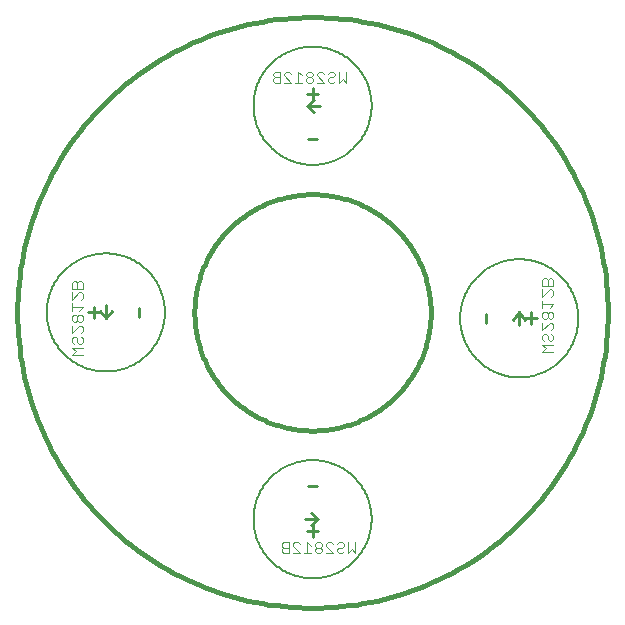
<source format=gbo>
G75*
%MOIN*%
%OFA0B0*%
%FSLAX25Y25*%
%IPPOS*%
%LPD*%
%AMOC8*
5,1,8,0,0,1.08239X$1,22.5*
%
%ADD10C,0.01600*%
%ADD11C,0.00500*%
%ADD12C,0.01000*%
%ADD13C,0.00300*%
D10*
X0060855Y0100225D02*
X0060867Y0101191D01*
X0060902Y0102157D01*
X0060962Y0103121D01*
X0061045Y0104084D01*
X0061151Y0105044D01*
X0061281Y0106002D01*
X0061435Y0106956D01*
X0061611Y0107906D01*
X0061812Y0108851D01*
X0062035Y0109791D01*
X0062281Y0110725D01*
X0062550Y0111654D01*
X0062842Y0112575D01*
X0063156Y0113488D01*
X0063493Y0114394D01*
X0063852Y0115291D01*
X0064233Y0116179D01*
X0064635Y0117058D01*
X0065059Y0117926D01*
X0065504Y0118784D01*
X0065970Y0119630D01*
X0066456Y0120465D01*
X0066963Y0121288D01*
X0067490Y0122098D01*
X0068037Y0122895D01*
X0068603Y0123678D01*
X0069188Y0124447D01*
X0069792Y0125201D01*
X0070414Y0125940D01*
X0071054Y0126664D01*
X0071711Y0127372D01*
X0072386Y0128064D01*
X0073078Y0128739D01*
X0073786Y0129396D01*
X0074510Y0130036D01*
X0075249Y0130658D01*
X0076003Y0131262D01*
X0076772Y0131847D01*
X0077555Y0132413D01*
X0078352Y0132960D01*
X0079162Y0133487D01*
X0079985Y0133994D01*
X0080820Y0134480D01*
X0081666Y0134946D01*
X0082524Y0135391D01*
X0083392Y0135815D01*
X0084271Y0136217D01*
X0085159Y0136598D01*
X0086056Y0136957D01*
X0086962Y0137294D01*
X0087875Y0137608D01*
X0088796Y0137900D01*
X0089725Y0138169D01*
X0090659Y0138415D01*
X0091599Y0138638D01*
X0092544Y0138839D01*
X0093494Y0139015D01*
X0094448Y0139169D01*
X0095406Y0139299D01*
X0096366Y0139405D01*
X0097329Y0139488D01*
X0098293Y0139548D01*
X0099259Y0139583D01*
X0100225Y0139595D01*
X0101191Y0139583D01*
X0102157Y0139548D01*
X0103121Y0139488D01*
X0104084Y0139405D01*
X0105044Y0139299D01*
X0106002Y0139169D01*
X0106956Y0139015D01*
X0107906Y0138839D01*
X0108851Y0138638D01*
X0109791Y0138415D01*
X0110725Y0138169D01*
X0111654Y0137900D01*
X0112575Y0137608D01*
X0113488Y0137294D01*
X0114394Y0136957D01*
X0115291Y0136598D01*
X0116179Y0136217D01*
X0117058Y0135815D01*
X0117926Y0135391D01*
X0118784Y0134946D01*
X0119630Y0134480D01*
X0120465Y0133994D01*
X0121288Y0133487D01*
X0122098Y0132960D01*
X0122895Y0132413D01*
X0123678Y0131847D01*
X0124447Y0131262D01*
X0125201Y0130658D01*
X0125940Y0130036D01*
X0126664Y0129396D01*
X0127372Y0128739D01*
X0128064Y0128064D01*
X0128739Y0127372D01*
X0129396Y0126664D01*
X0130036Y0125940D01*
X0130658Y0125201D01*
X0131262Y0124447D01*
X0131847Y0123678D01*
X0132413Y0122895D01*
X0132960Y0122098D01*
X0133487Y0121288D01*
X0133994Y0120465D01*
X0134480Y0119630D01*
X0134946Y0118784D01*
X0135391Y0117926D01*
X0135815Y0117058D01*
X0136217Y0116179D01*
X0136598Y0115291D01*
X0136957Y0114394D01*
X0137294Y0113488D01*
X0137608Y0112575D01*
X0137900Y0111654D01*
X0138169Y0110725D01*
X0138415Y0109791D01*
X0138638Y0108851D01*
X0138839Y0107906D01*
X0139015Y0106956D01*
X0139169Y0106002D01*
X0139299Y0105044D01*
X0139405Y0104084D01*
X0139488Y0103121D01*
X0139548Y0102157D01*
X0139583Y0101191D01*
X0139595Y0100225D01*
X0139583Y0099259D01*
X0139548Y0098293D01*
X0139488Y0097329D01*
X0139405Y0096366D01*
X0139299Y0095406D01*
X0139169Y0094448D01*
X0139015Y0093494D01*
X0138839Y0092544D01*
X0138638Y0091599D01*
X0138415Y0090659D01*
X0138169Y0089725D01*
X0137900Y0088796D01*
X0137608Y0087875D01*
X0137294Y0086962D01*
X0136957Y0086056D01*
X0136598Y0085159D01*
X0136217Y0084271D01*
X0135815Y0083392D01*
X0135391Y0082524D01*
X0134946Y0081666D01*
X0134480Y0080820D01*
X0133994Y0079985D01*
X0133487Y0079162D01*
X0132960Y0078352D01*
X0132413Y0077555D01*
X0131847Y0076772D01*
X0131262Y0076003D01*
X0130658Y0075249D01*
X0130036Y0074510D01*
X0129396Y0073786D01*
X0128739Y0073078D01*
X0128064Y0072386D01*
X0127372Y0071711D01*
X0126664Y0071054D01*
X0125940Y0070414D01*
X0125201Y0069792D01*
X0124447Y0069188D01*
X0123678Y0068603D01*
X0122895Y0068037D01*
X0122098Y0067490D01*
X0121288Y0066963D01*
X0120465Y0066456D01*
X0119630Y0065970D01*
X0118784Y0065504D01*
X0117926Y0065059D01*
X0117058Y0064635D01*
X0116179Y0064233D01*
X0115291Y0063852D01*
X0114394Y0063493D01*
X0113488Y0063156D01*
X0112575Y0062842D01*
X0111654Y0062550D01*
X0110725Y0062281D01*
X0109791Y0062035D01*
X0108851Y0061812D01*
X0107906Y0061611D01*
X0106956Y0061435D01*
X0106002Y0061281D01*
X0105044Y0061151D01*
X0104084Y0061045D01*
X0103121Y0060962D01*
X0102157Y0060902D01*
X0101191Y0060867D01*
X0100225Y0060855D01*
X0099259Y0060867D01*
X0098293Y0060902D01*
X0097329Y0060962D01*
X0096366Y0061045D01*
X0095406Y0061151D01*
X0094448Y0061281D01*
X0093494Y0061435D01*
X0092544Y0061611D01*
X0091599Y0061812D01*
X0090659Y0062035D01*
X0089725Y0062281D01*
X0088796Y0062550D01*
X0087875Y0062842D01*
X0086962Y0063156D01*
X0086056Y0063493D01*
X0085159Y0063852D01*
X0084271Y0064233D01*
X0083392Y0064635D01*
X0082524Y0065059D01*
X0081666Y0065504D01*
X0080820Y0065970D01*
X0079985Y0066456D01*
X0079162Y0066963D01*
X0078352Y0067490D01*
X0077555Y0068037D01*
X0076772Y0068603D01*
X0076003Y0069188D01*
X0075249Y0069792D01*
X0074510Y0070414D01*
X0073786Y0071054D01*
X0073078Y0071711D01*
X0072386Y0072386D01*
X0071711Y0073078D01*
X0071054Y0073786D01*
X0070414Y0074510D01*
X0069792Y0075249D01*
X0069188Y0076003D01*
X0068603Y0076772D01*
X0068037Y0077555D01*
X0067490Y0078352D01*
X0066963Y0079162D01*
X0066456Y0079985D01*
X0065970Y0080820D01*
X0065504Y0081666D01*
X0065059Y0082524D01*
X0064635Y0083392D01*
X0064233Y0084271D01*
X0063852Y0085159D01*
X0063493Y0086056D01*
X0063156Y0086962D01*
X0062842Y0087875D01*
X0062550Y0088796D01*
X0062281Y0089725D01*
X0062035Y0090659D01*
X0061812Y0091599D01*
X0061611Y0092544D01*
X0061435Y0093494D01*
X0061281Y0094448D01*
X0061151Y0095406D01*
X0061045Y0096366D01*
X0060962Y0097329D01*
X0060902Y0098293D01*
X0060867Y0099259D01*
X0060855Y0100225D01*
X0001800Y0100225D02*
X0001830Y0102640D01*
X0001919Y0105054D01*
X0002067Y0107466D01*
X0002274Y0109872D01*
X0002540Y0112273D01*
X0002865Y0114667D01*
X0003249Y0117052D01*
X0003691Y0119427D01*
X0004192Y0121790D01*
X0004750Y0124140D01*
X0005365Y0126476D01*
X0006038Y0128796D01*
X0006768Y0131099D01*
X0007554Y0133383D01*
X0008395Y0135648D01*
X0009292Y0137891D01*
X0010244Y0140111D01*
X0011250Y0142307D01*
X0012309Y0144478D01*
X0013422Y0146622D01*
X0014587Y0148739D01*
X0015803Y0150826D01*
X0017070Y0152882D01*
X0018388Y0154907D01*
X0019754Y0156899D01*
X0021169Y0158857D01*
X0022632Y0160779D01*
X0024141Y0162665D01*
X0025697Y0164514D01*
X0027297Y0166323D01*
X0028941Y0168093D01*
X0030628Y0169822D01*
X0032357Y0171509D01*
X0034127Y0173153D01*
X0035936Y0174753D01*
X0037785Y0176309D01*
X0039671Y0177818D01*
X0041593Y0179281D01*
X0043551Y0180696D01*
X0045543Y0182062D01*
X0047568Y0183380D01*
X0049624Y0184647D01*
X0051711Y0185863D01*
X0053828Y0187028D01*
X0055972Y0188141D01*
X0058143Y0189200D01*
X0060339Y0190206D01*
X0062559Y0191158D01*
X0064802Y0192055D01*
X0067067Y0192896D01*
X0069351Y0193682D01*
X0071654Y0194412D01*
X0073974Y0195085D01*
X0076310Y0195700D01*
X0078660Y0196258D01*
X0081023Y0196759D01*
X0083398Y0197201D01*
X0085783Y0197585D01*
X0088177Y0197910D01*
X0090578Y0198176D01*
X0092984Y0198383D01*
X0095396Y0198531D01*
X0097810Y0198620D01*
X0100225Y0198650D01*
X0102640Y0198620D01*
X0105054Y0198531D01*
X0107466Y0198383D01*
X0109872Y0198176D01*
X0112273Y0197910D01*
X0114667Y0197585D01*
X0117052Y0197201D01*
X0119427Y0196759D01*
X0121790Y0196258D01*
X0124140Y0195700D01*
X0126476Y0195085D01*
X0128796Y0194412D01*
X0131099Y0193682D01*
X0133383Y0192896D01*
X0135648Y0192055D01*
X0137891Y0191158D01*
X0140111Y0190206D01*
X0142307Y0189200D01*
X0144478Y0188141D01*
X0146622Y0187028D01*
X0148739Y0185863D01*
X0150826Y0184647D01*
X0152882Y0183380D01*
X0154907Y0182062D01*
X0156899Y0180696D01*
X0158857Y0179281D01*
X0160779Y0177818D01*
X0162665Y0176309D01*
X0164514Y0174753D01*
X0166323Y0173153D01*
X0168093Y0171509D01*
X0169822Y0169822D01*
X0171509Y0168093D01*
X0173153Y0166323D01*
X0174753Y0164514D01*
X0176309Y0162665D01*
X0177818Y0160779D01*
X0179281Y0158857D01*
X0180696Y0156899D01*
X0182062Y0154907D01*
X0183380Y0152882D01*
X0184647Y0150826D01*
X0185863Y0148739D01*
X0187028Y0146622D01*
X0188141Y0144478D01*
X0189200Y0142307D01*
X0190206Y0140111D01*
X0191158Y0137891D01*
X0192055Y0135648D01*
X0192896Y0133383D01*
X0193682Y0131099D01*
X0194412Y0128796D01*
X0195085Y0126476D01*
X0195700Y0124140D01*
X0196258Y0121790D01*
X0196759Y0119427D01*
X0197201Y0117052D01*
X0197585Y0114667D01*
X0197910Y0112273D01*
X0198176Y0109872D01*
X0198383Y0107466D01*
X0198531Y0105054D01*
X0198620Y0102640D01*
X0198650Y0100225D01*
X0198620Y0097810D01*
X0198531Y0095396D01*
X0198383Y0092984D01*
X0198176Y0090578D01*
X0197910Y0088177D01*
X0197585Y0085783D01*
X0197201Y0083398D01*
X0196759Y0081023D01*
X0196258Y0078660D01*
X0195700Y0076310D01*
X0195085Y0073974D01*
X0194412Y0071654D01*
X0193682Y0069351D01*
X0192896Y0067067D01*
X0192055Y0064802D01*
X0191158Y0062559D01*
X0190206Y0060339D01*
X0189200Y0058143D01*
X0188141Y0055972D01*
X0187028Y0053828D01*
X0185863Y0051711D01*
X0184647Y0049624D01*
X0183380Y0047568D01*
X0182062Y0045543D01*
X0180696Y0043551D01*
X0179281Y0041593D01*
X0177818Y0039671D01*
X0176309Y0037785D01*
X0174753Y0035936D01*
X0173153Y0034127D01*
X0171509Y0032357D01*
X0169822Y0030628D01*
X0168093Y0028941D01*
X0166323Y0027297D01*
X0164514Y0025697D01*
X0162665Y0024141D01*
X0160779Y0022632D01*
X0158857Y0021169D01*
X0156899Y0019754D01*
X0154907Y0018388D01*
X0152882Y0017070D01*
X0150826Y0015803D01*
X0148739Y0014587D01*
X0146622Y0013422D01*
X0144478Y0012309D01*
X0142307Y0011250D01*
X0140111Y0010244D01*
X0137891Y0009292D01*
X0135648Y0008395D01*
X0133383Y0007554D01*
X0131099Y0006768D01*
X0128796Y0006038D01*
X0126476Y0005365D01*
X0124140Y0004750D01*
X0121790Y0004192D01*
X0119427Y0003691D01*
X0117052Y0003249D01*
X0114667Y0002865D01*
X0112273Y0002540D01*
X0109872Y0002274D01*
X0107466Y0002067D01*
X0105054Y0001919D01*
X0102640Y0001830D01*
X0100225Y0001800D01*
X0097810Y0001830D01*
X0095396Y0001919D01*
X0092984Y0002067D01*
X0090578Y0002274D01*
X0088177Y0002540D01*
X0085783Y0002865D01*
X0083398Y0003249D01*
X0081023Y0003691D01*
X0078660Y0004192D01*
X0076310Y0004750D01*
X0073974Y0005365D01*
X0071654Y0006038D01*
X0069351Y0006768D01*
X0067067Y0007554D01*
X0064802Y0008395D01*
X0062559Y0009292D01*
X0060339Y0010244D01*
X0058143Y0011250D01*
X0055972Y0012309D01*
X0053828Y0013422D01*
X0051711Y0014587D01*
X0049624Y0015803D01*
X0047568Y0017070D01*
X0045543Y0018388D01*
X0043551Y0019754D01*
X0041593Y0021169D01*
X0039671Y0022632D01*
X0037785Y0024141D01*
X0035936Y0025697D01*
X0034127Y0027297D01*
X0032357Y0028941D01*
X0030628Y0030628D01*
X0028941Y0032357D01*
X0027297Y0034127D01*
X0025697Y0035936D01*
X0024141Y0037785D01*
X0022632Y0039671D01*
X0021169Y0041593D01*
X0019754Y0043551D01*
X0018388Y0045543D01*
X0017070Y0047568D01*
X0015803Y0049624D01*
X0014587Y0051711D01*
X0013422Y0053828D01*
X0012309Y0055972D01*
X0011250Y0058143D01*
X0010244Y0060339D01*
X0009292Y0062559D01*
X0008395Y0064802D01*
X0007554Y0067067D01*
X0006768Y0069351D01*
X0006038Y0071654D01*
X0005365Y0073974D01*
X0004750Y0076310D01*
X0004192Y0078660D01*
X0003691Y0081023D01*
X0003249Y0083398D01*
X0002865Y0085783D01*
X0002540Y0088177D01*
X0002274Y0090578D01*
X0002067Y0092984D01*
X0001919Y0095396D01*
X0001830Y0097810D01*
X0001800Y0100225D01*
D11*
X0011643Y0100225D02*
X0011649Y0100708D01*
X0011667Y0101191D01*
X0011696Y0101673D01*
X0011738Y0102154D01*
X0011791Y0102635D01*
X0011856Y0103113D01*
X0011933Y0103590D01*
X0012021Y0104065D01*
X0012121Y0104538D01*
X0012233Y0105008D01*
X0012356Y0105475D01*
X0012491Y0105939D01*
X0012637Y0106400D01*
X0012794Y0106857D01*
X0012962Y0107310D01*
X0013141Y0107758D01*
X0013332Y0108202D01*
X0013533Y0108641D01*
X0013745Y0109076D01*
X0013967Y0109504D01*
X0014200Y0109928D01*
X0014444Y0110345D01*
X0014697Y0110756D01*
X0014961Y0111161D01*
X0015234Y0111560D01*
X0015517Y0111951D01*
X0015809Y0112336D01*
X0016111Y0112713D01*
X0016422Y0113083D01*
X0016742Y0113445D01*
X0017071Y0113799D01*
X0017409Y0114144D01*
X0017754Y0114482D01*
X0018108Y0114811D01*
X0018470Y0115131D01*
X0018840Y0115442D01*
X0019217Y0115744D01*
X0019602Y0116036D01*
X0019993Y0116319D01*
X0020392Y0116592D01*
X0020797Y0116856D01*
X0021208Y0117109D01*
X0021625Y0117353D01*
X0022049Y0117586D01*
X0022477Y0117808D01*
X0022912Y0118020D01*
X0023351Y0118221D01*
X0023795Y0118412D01*
X0024243Y0118591D01*
X0024696Y0118759D01*
X0025153Y0118916D01*
X0025614Y0119062D01*
X0026078Y0119197D01*
X0026545Y0119320D01*
X0027015Y0119432D01*
X0027488Y0119532D01*
X0027963Y0119620D01*
X0028440Y0119697D01*
X0028918Y0119762D01*
X0029399Y0119815D01*
X0029880Y0119857D01*
X0030362Y0119886D01*
X0030845Y0119904D01*
X0031328Y0119910D01*
X0031811Y0119904D01*
X0032294Y0119886D01*
X0032776Y0119857D01*
X0033257Y0119815D01*
X0033738Y0119762D01*
X0034216Y0119697D01*
X0034693Y0119620D01*
X0035168Y0119532D01*
X0035641Y0119432D01*
X0036111Y0119320D01*
X0036578Y0119197D01*
X0037042Y0119062D01*
X0037503Y0118916D01*
X0037960Y0118759D01*
X0038413Y0118591D01*
X0038861Y0118412D01*
X0039305Y0118221D01*
X0039744Y0118020D01*
X0040179Y0117808D01*
X0040607Y0117586D01*
X0041031Y0117353D01*
X0041448Y0117109D01*
X0041859Y0116856D01*
X0042264Y0116592D01*
X0042663Y0116319D01*
X0043054Y0116036D01*
X0043439Y0115744D01*
X0043816Y0115442D01*
X0044186Y0115131D01*
X0044548Y0114811D01*
X0044902Y0114482D01*
X0045247Y0114144D01*
X0045585Y0113799D01*
X0045914Y0113445D01*
X0046234Y0113083D01*
X0046545Y0112713D01*
X0046847Y0112336D01*
X0047139Y0111951D01*
X0047422Y0111560D01*
X0047695Y0111161D01*
X0047959Y0110756D01*
X0048212Y0110345D01*
X0048456Y0109928D01*
X0048689Y0109504D01*
X0048911Y0109076D01*
X0049123Y0108641D01*
X0049324Y0108202D01*
X0049515Y0107758D01*
X0049694Y0107310D01*
X0049862Y0106857D01*
X0050019Y0106400D01*
X0050165Y0105939D01*
X0050300Y0105475D01*
X0050423Y0105008D01*
X0050535Y0104538D01*
X0050635Y0104065D01*
X0050723Y0103590D01*
X0050800Y0103113D01*
X0050865Y0102635D01*
X0050918Y0102154D01*
X0050960Y0101673D01*
X0050989Y0101191D01*
X0051007Y0100708D01*
X0051013Y0100225D01*
X0051007Y0099742D01*
X0050989Y0099259D01*
X0050960Y0098777D01*
X0050918Y0098296D01*
X0050865Y0097815D01*
X0050800Y0097337D01*
X0050723Y0096860D01*
X0050635Y0096385D01*
X0050535Y0095912D01*
X0050423Y0095442D01*
X0050300Y0094975D01*
X0050165Y0094511D01*
X0050019Y0094050D01*
X0049862Y0093593D01*
X0049694Y0093140D01*
X0049515Y0092692D01*
X0049324Y0092248D01*
X0049123Y0091809D01*
X0048911Y0091374D01*
X0048689Y0090946D01*
X0048456Y0090522D01*
X0048212Y0090105D01*
X0047959Y0089694D01*
X0047695Y0089289D01*
X0047422Y0088890D01*
X0047139Y0088499D01*
X0046847Y0088114D01*
X0046545Y0087737D01*
X0046234Y0087367D01*
X0045914Y0087005D01*
X0045585Y0086651D01*
X0045247Y0086306D01*
X0044902Y0085968D01*
X0044548Y0085639D01*
X0044186Y0085319D01*
X0043816Y0085008D01*
X0043439Y0084706D01*
X0043054Y0084414D01*
X0042663Y0084131D01*
X0042264Y0083858D01*
X0041859Y0083594D01*
X0041448Y0083341D01*
X0041031Y0083097D01*
X0040607Y0082864D01*
X0040179Y0082642D01*
X0039744Y0082430D01*
X0039305Y0082229D01*
X0038861Y0082038D01*
X0038413Y0081859D01*
X0037960Y0081691D01*
X0037503Y0081534D01*
X0037042Y0081388D01*
X0036578Y0081253D01*
X0036111Y0081130D01*
X0035641Y0081018D01*
X0035168Y0080918D01*
X0034693Y0080830D01*
X0034216Y0080753D01*
X0033738Y0080688D01*
X0033257Y0080635D01*
X0032776Y0080593D01*
X0032294Y0080564D01*
X0031811Y0080546D01*
X0031328Y0080540D01*
X0030845Y0080546D01*
X0030362Y0080564D01*
X0029880Y0080593D01*
X0029399Y0080635D01*
X0028918Y0080688D01*
X0028440Y0080753D01*
X0027963Y0080830D01*
X0027488Y0080918D01*
X0027015Y0081018D01*
X0026545Y0081130D01*
X0026078Y0081253D01*
X0025614Y0081388D01*
X0025153Y0081534D01*
X0024696Y0081691D01*
X0024243Y0081859D01*
X0023795Y0082038D01*
X0023351Y0082229D01*
X0022912Y0082430D01*
X0022477Y0082642D01*
X0022049Y0082864D01*
X0021625Y0083097D01*
X0021208Y0083341D01*
X0020797Y0083594D01*
X0020392Y0083858D01*
X0019993Y0084131D01*
X0019602Y0084414D01*
X0019217Y0084706D01*
X0018840Y0085008D01*
X0018470Y0085319D01*
X0018108Y0085639D01*
X0017754Y0085968D01*
X0017409Y0086306D01*
X0017071Y0086651D01*
X0016742Y0087005D01*
X0016422Y0087367D01*
X0016111Y0087737D01*
X0015809Y0088114D01*
X0015517Y0088499D01*
X0015234Y0088890D01*
X0014961Y0089289D01*
X0014697Y0089694D01*
X0014444Y0090105D01*
X0014200Y0090522D01*
X0013967Y0090946D01*
X0013745Y0091374D01*
X0013533Y0091809D01*
X0013332Y0092248D01*
X0013141Y0092692D01*
X0012962Y0093140D01*
X0012794Y0093593D01*
X0012637Y0094050D01*
X0012491Y0094511D01*
X0012356Y0094975D01*
X0012233Y0095442D01*
X0012121Y0095912D01*
X0012021Y0096385D01*
X0011933Y0096860D01*
X0011856Y0097337D01*
X0011791Y0097815D01*
X0011738Y0098296D01*
X0011696Y0098777D01*
X0011667Y0099259D01*
X0011649Y0099742D01*
X0011643Y0100225D01*
X0080540Y0031328D02*
X0080546Y0031811D01*
X0080564Y0032294D01*
X0080593Y0032776D01*
X0080635Y0033257D01*
X0080688Y0033738D01*
X0080753Y0034216D01*
X0080830Y0034693D01*
X0080918Y0035168D01*
X0081018Y0035641D01*
X0081130Y0036111D01*
X0081253Y0036578D01*
X0081388Y0037042D01*
X0081534Y0037503D01*
X0081691Y0037960D01*
X0081859Y0038413D01*
X0082038Y0038861D01*
X0082229Y0039305D01*
X0082430Y0039744D01*
X0082642Y0040179D01*
X0082864Y0040607D01*
X0083097Y0041031D01*
X0083341Y0041448D01*
X0083594Y0041859D01*
X0083858Y0042264D01*
X0084131Y0042663D01*
X0084414Y0043054D01*
X0084706Y0043439D01*
X0085008Y0043816D01*
X0085319Y0044186D01*
X0085639Y0044548D01*
X0085968Y0044902D01*
X0086306Y0045247D01*
X0086651Y0045585D01*
X0087005Y0045914D01*
X0087367Y0046234D01*
X0087737Y0046545D01*
X0088114Y0046847D01*
X0088499Y0047139D01*
X0088890Y0047422D01*
X0089289Y0047695D01*
X0089694Y0047959D01*
X0090105Y0048212D01*
X0090522Y0048456D01*
X0090946Y0048689D01*
X0091374Y0048911D01*
X0091809Y0049123D01*
X0092248Y0049324D01*
X0092692Y0049515D01*
X0093140Y0049694D01*
X0093593Y0049862D01*
X0094050Y0050019D01*
X0094511Y0050165D01*
X0094975Y0050300D01*
X0095442Y0050423D01*
X0095912Y0050535D01*
X0096385Y0050635D01*
X0096860Y0050723D01*
X0097337Y0050800D01*
X0097815Y0050865D01*
X0098296Y0050918D01*
X0098777Y0050960D01*
X0099259Y0050989D01*
X0099742Y0051007D01*
X0100225Y0051013D01*
X0100708Y0051007D01*
X0101191Y0050989D01*
X0101673Y0050960D01*
X0102154Y0050918D01*
X0102635Y0050865D01*
X0103113Y0050800D01*
X0103590Y0050723D01*
X0104065Y0050635D01*
X0104538Y0050535D01*
X0105008Y0050423D01*
X0105475Y0050300D01*
X0105939Y0050165D01*
X0106400Y0050019D01*
X0106857Y0049862D01*
X0107310Y0049694D01*
X0107758Y0049515D01*
X0108202Y0049324D01*
X0108641Y0049123D01*
X0109076Y0048911D01*
X0109504Y0048689D01*
X0109928Y0048456D01*
X0110345Y0048212D01*
X0110756Y0047959D01*
X0111161Y0047695D01*
X0111560Y0047422D01*
X0111951Y0047139D01*
X0112336Y0046847D01*
X0112713Y0046545D01*
X0113083Y0046234D01*
X0113445Y0045914D01*
X0113799Y0045585D01*
X0114144Y0045247D01*
X0114482Y0044902D01*
X0114811Y0044548D01*
X0115131Y0044186D01*
X0115442Y0043816D01*
X0115744Y0043439D01*
X0116036Y0043054D01*
X0116319Y0042663D01*
X0116592Y0042264D01*
X0116856Y0041859D01*
X0117109Y0041448D01*
X0117353Y0041031D01*
X0117586Y0040607D01*
X0117808Y0040179D01*
X0118020Y0039744D01*
X0118221Y0039305D01*
X0118412Y0038861D01*
X0118591Y0038413D01*
X0118759Y0037960D01*
X0118916Y0037503D01*
X0119062Y0037042D01*
X0119197Y0036578D01*
X0119320Y0036111D01*
X0119432Y0035641D01*
X0119532Y0035168D01*
X0119620Y0034693D01*
X0119697Y0034216D01*
X0119762Y0033738D01*
X0119815Y0033257D01*
X0119857Y0032776D01*
X0119886Y0032294D01*
X0119904Y0031811D01*
X0119910Y0031328D01*
X0119904Y0030845D01*
X0119886Y0030362D01*
X0119857Y0029880D01*
X0119815Y0029399D01*
X0119762Y0028918D01*
X0119697Y0028440D01*
X0119620Y0027963D01*
X0119532Y0027488D01*
X0119432Y0027015D01*
X0119320Y0026545D01*
X0119197Y0026078D01*
X0119062Y0025614D01*
X0118916Y0025153D01*
X0118759Y0024696D01*
X0118591Y0024243D01*
X0118412Y0023795D01*
X0118221Y0023351D01*
X0118020Y0022912D01*
X0117808Y0022477D01*
X0117586Y0022049D01*
X0117353Y0021625D01*
X0117109Y0021208D01*
X0116856Y0020797D01*
X0116592Y0020392D01*
X0116319Y0019993D01*
X0116036Y0019602D01*
X0115744Y0019217D01*
X0115442Y0018840D01*
X0115131Y0018470D01*
X0114811Y0018108D01*
X0114482Y0017754D01*
X0114144Y0017409D01*
X0113799Y0017071D01*
X0113445Y0016742D01*
X0113083Y0016422D01*
X0112713Y0016111D01*
X0112336Y0015809D01*
X0111951Y0015517D01*
X0111560Y0015234D01*
X0111161Y0014961D01*
X0110756Y0014697D01*
X0110345Y0014444D01*
X0109928Y0014200D01*
X0109504Y0013967D01*
X0109076Y0013745D01*
X0108641Y0013533D01*
X0108202Y0013332D01*
X0107758Y0013141D01*
X0107310Y0012962D01*
X0106857Y0012794D01*
X0106400Y0012637D01*
X0105939Y0012491D01*
X0105475Y0012356D01*
X0105008Y0012233D01*
X0104538Y0012121D01*
X0104065Y0012021D01*
X0103590Y0011933D01*
X0103113Y0011856D01*
X0102635Y0011791D01*
X0102154Y0011738D01*
X0101673Y0011696D01*
X0101191Y0011667D01*
X0100708Y0011649D01*
X0100225Y0011643D01*
X0099742Y0011649D01*
X0099259Y0011667D01*
X0098777Y0011696D01*
X0098296Y0011738D01*
X0097815Y0011791D01*
X0097337Y0011856D01*
X0096860Y0011933D01*
X0096385Y0012021D01*
X0095912Y0012121D01*
X0095442Y0012233D01*
X0094975Y0012356D01*
X0094511Y0012491D01*
X0094050Y0012637D01*
X0093593Y0012794D01*
X0093140Y0012962D01*
X0092692Y0013141D01*
X0092248Y0013332D01*
X0091809Y0013533D01*
X0091374Y0013745D01*
X0090946Y0013967D01*
X0090522Y0014200D01*
X0090105Y0014444D01*
X0089694Y0014697D01*
X0089289Y0014961D01*
X0088890Y0015234D01*
X0088499Y0015517D01*
X0088114Y0015809D01*
X0087737Y0016111D01*
X0087367Y0016422D01*
X0087005Y0016742D01*
X0086651Y0017071D01*
X0086306Y0017409D01*
X0085968Y0017754D01*
X0085639Y0018108D01*
X0085319Y0018470D01*
X0085008Y0018840D01*
X0084706Y0019217D01*
X0084414Y0019602D01*
X0084131Y0019993D01*
X0083858Y0020392D01*
X0083594Y0020797D01*
X0083341Y0021208D01*
X0083097Y0021625D01*
X0082864Y0022049D01*
X0082642Y0022477D01*
X0082430Y0022912D01*
X0082229Y0023351D01*
X0082038Y0023795D01*
X0081859Y0024243D01*
X0081691Y0024696D01*
X0081534Y0025153D01*
X0081388Y0025614D01*
X0081253Y0026078D01*
X0081130Y0026545D01*
X0081018Y0027015D01*
X0080918Y0027488D01*
X0080830Y0027963D01*
X0080753Y0028440D01*
X0080688Y0028918D01*
X0080635Y0029399D01*
X0080593Y0029880D01*
X0080564Y0030362D01*
X0080546Y0030845D01*
X0080540Y0031328D01*
X0149438Y0098257D02*
X0149444Y0098740D01*
X0149462Y0099223D01*
X0149491Y0099705D01*
X0149533Y0100186D01*
X0149586Y0100667D01*
X0149651Y0101145D01*
X0149728Y0101622D01*
X0149816Y0102097D01*
X0149916Y0102570D01*
X0150028Y0103040D01*
X0150151Y0103507D01*
X0150286Y0103971D01*
X0150432Y0104432D01*
X0150589Y0104889D01*
X0150757Y0105342D01*
X0150936Y0105790D01*
X0151127Y0106234D01*
X0151328Y0106673D01*
X0151540Y0107108D01*
X0151762Y0107536D01*
X0151995Y0107960D01*
X0152239Y0108377D01*
X0152492Y0108788D01*
X0152756Y0109193D01*
X0153029Y0109592D01*
X0153312Y0109983D01*
X0153604Y0110368D01*
X0153906Y0110745D01*
X0154217Y0111115D01*
X0154537Y0111477D01*
X0154866Y0111831D01*
X0155204Y0112176D01*
X0155549Y0112514D01*
X0155903Y0112843D01*
X0156265Y0113163D01*
X0156635Y0113474D01*
X0157012Y0113776D01*
X0157397Y0114068D01*
X0157788Y0114351D01*
X0158187Y0114624D01*
X0158592Y0114888D01*
X0159003Y0115141D01*
X0159420Y0115385D01*
X0159844Y0115618D01*
X0160272Y0115840D01*
X0160707Y0116052D01*
X0161146Y0116253D01*
X0161590Y0116444D01*
X0162038Y0116623D01*
X0162491Y0116791D01*
X0162948Y0116948D01*
X0163409Y0117094D01*
X0163873Y0117229D01*
X0164340Y0117352D01*
X0164810Y0117464D01*
X0165283Y0117564D01*
X0165758Y0117652D01*
X0166235Y0117729D01*
X0166713Y0117794D01*
X0167194Y0117847D01*
X0167675Y0117889D01*
X0168157Y0117918D01*
X0168640Y0117936D01*
X0169123Y0117942D01*
X0169606Y0117936D01*
X0170089Y0117918D01*
X0170571Y0117889D01*
X0171052Y0117847D01*
X0171533Y0117794D01*
X0172011Y0117729D01*
X0172488Y0117652D01*
X0172963Y0117564D01*
X0173436Y0117464D01*
X0173906Y0117352D01*
X0174373Y0117229D01*
X0174837Y0117094D01*
X0175298Y0116948D01*
X0175755Y0116791D01*
X0176208Y0116623D01*
X0176656Y0116444D01*
X0177100Y0116253D01*
X0177539Y0116052D01*
X0177974Y0115840D01*
X0178402Y0115618D01*
X0178826Y0115385D01*
X0179243Y0115141D01*
X0179654Y0114888D01*
X0180059Y0114624D01*
X0180458Y0114351D01*
X0180849Y0114068D01*
X0181234Y0113776D01*
X0181611Y0113474D01*
X0181981Y0113163D01*
X0182343Y0112843D01*
X0182697Y0112514D01*
X0183042Y0112176D01*
X0183380Y0111831D01*
X0183709Y0111477D01*
X0184029Y0111115D01*
X0184340Y0110745D01*
X0184642Y0110368D01*
X0184934Y0109983D01*
X0185217Y0109592D01*
X0185490Y0109193D01*
X0185754Y0108788D01*
X0186007Y0108377D01*
X0186251Y0107960D01*
X0186484Y0107536D01*
X0186706Y0107108D01*
X0186918Y0106673D01*
X0187119Y0106234D01*
X0187310Y0105790D01*
X0187489Y0105342D01*
X0187657Y0104889D01*
X0187814Y0104432D01*
X0187960Y0103971D01*
X0188095Y0103507D01*
X0188218Y0103040D01*
X0188330Y0102570D01*
X0188430Y0102097D01*
X0188518Y0101622D01*
X0188595Y0101145D01*
X0188660Y0100667D01*
X0188713Y0100186D01*
X0188755Y0099705D01*
X0188784Y0099223D01*
X0188802Y0098740D01*
X0188808Y0098257D01*
X0188802Y0097774D01*
X0188784Y0097291D01*
X0188755Y0096809D01*
X0188713Y0096328D01*
X0188660Y0095847D01*
X0188595Y0095369D01*
X0188518Y0094892D01*
X0188430Y0094417D01*
X0188330Y0093944D01*
X0188218Y0093474D01*
X0188095Y0093007D01*
X0187960Y0092543D01*
X0187814Y0092082D01*
X0187657Y0091625D01*
X0187489Y0091172D01*
X0187310Y0090724D01*
X0187119Y0090280D01*
X0186918Y0089841D01*
X0186706Y0089406D01*
X0186484Y0088978D01*
X0186251Y0088554D01*
X0186007Y0088137D01*
X0185754Y0087726D01*
X0185490Y0087321D01*
X0185217Y0086922D01*
X0184934Y0086531D01*
X0184642Y0086146D01*
X0184340Y0085769D01*
X0184029Y0085399D01*
X0183709Y0085037D01*
X0183380Y0084683D01*
X0183042Y0084338D01*
X0182697Y0084000D01*
X0182343Y0083671D01*
X0181981Y0083351D01*
X0181611Y0083040D01*
X0181234Y0082738D01*
X0180849Y0082446D01*
X0180458Y0082163D01*
X0180059Y0081890D01*
X0179654Y0081626D01*
X0179243Y0081373D01*
X0178826Y0081129D01*
X0178402Y0080896D01*
X0177974Y0080674D01*
X0177539Y0080462D01*
X0177100Y0080261D01*
X0176656Y0080070D01*
X0176208Y0079891D01*
X0175755Y0079723D01*
X0175298Y0079566D01*
X0174837Y0079420D01*
X0174373Y0079285D01*
X0173906Y0079162D01*
X0173436Y0079050D01*
X0172963Y0078950D01*
X0172488Y0078862D01*
X0172011Y0078785D01*
X0171533Y0078720D01*
X0171052Y0078667D01*
X0170571Y0078625D01*
X0170089Y0078596D01*
X0169606Y0078578D01*
X0169123Y0078572D01*
X0168640Y0078578D01*
X0168157Y0078596D01*
X0167675Y0078625D01*
X0167194Y0078667D01*
X0166713Y0078720D01*
X0166235Y0078785D01*
X0165758Y0078862D01*
X0165283Y0078950D01*
X0164810Y0079050D01*
X0164340Y0079162D01*
X0163873Y0079285D01*
X0163409Y0079420D01*
X0162948Y0079566D01*
X0162491Y0079723D01*
X0162038Y0079891D01*
X0161590Y0080070D01*
X0161146Y0080261D01*
X0160707Y0080462D01*
X0160272Y0080674D01*
X0159844Y0080896D01*
X0159420Y0081129D01*
X0159003Y0081373D01*
X0158592Y0081626D01*
X0158187Y0081890D01*
X0157788Y0082163D01*
X0157397Y0082446D01*
X0157012Y0082738D01*
X0156635Y0083040D01*
X0156265Y0083351D01*
X0155903Y0083671D01*
X0155549Y0084000D01*
X0155204Y0084338D01*
X0154866Y0084683D01*
X0154537Y0085037D01*
X0154217Y0085399D01*
X0153906Y0085769D01*
X0153604Y0086146D01*
X0153312Y0086531D01*
X0153029Y0086922D01*
X0152756Y0087321D01*
X0152492Y0087726D01*
X0152239Y0088137D01*
X0151995Y0088554D01*
X0151762Y0088978D01*
X0151540Y0089406D01*
X0151328Y0089841D01*
X0151127Y0090280D01*
X0150936Y0090724D01*
X0150757Y0091172D01*
X0150589Y0091625D01*
X0150432Y0092082D01*
X0150286Y0092543D01*
X0150151Y0093007D01*
X0150028Y0093474D01*
X0149916Y0093944D01*
X0149816Y0094417D01*
X0149728Y0094892D01*
X0149651Y0095369D01*
X0149586Y0095847D01*
X0149533Y0096328D01*
X0149491Y0096809D01*
X0149462Y0097291D01*
X0149444Y0097774D01*
X0149438Y0098257D01*
X0080540Y0169123D02*
X0080546Y0169606D01*
X0080564Y0170089D01*
X0080593Y0170571D01*
X0080635Y0171052D01*
X0080688Y0171533D01*
X0080753Y0172011D01*
X0080830Y0172488D01*
X0080918Y0172963D01*
X0081018Y0173436D01*
X0081130Y0173906D01*
X0081253Y0174373D01*
X0081388Y0174837D01*
X0081534Y0175298D01*
X0081691Y0175755D01*
X0081859Y0176208D01*
X0082038Y0176656D01*
X0082229Y0177100D01*
X0082430Y0177539D01*
X0082642Y0177974D01*
X0082864Y0178402D01*
X0083097Y0178826D01*
X0083341Y0179243D01*
X0083594Y0179654D01*
X0083858Y0180059D01*
X0084131Y0180458D01*
X0084414Y0180849D01*
X0084706Y0181234D01*
X0085008Y0181611D01*
X0085319Y0181981D01*
X0085639Y0182343D01*
X0085968Y0182697D01*
X0086306Y0183042D01*
X0086651Y0183380D01*
X0087005Y0183709D01*
X0087367Y0184029D01*
X0087737Y0184340D01*
X0088114Y0184642D01*
X0088499Y0184934D01*
X0088890Y0185217D01*
X0089289Y0185490D01*
X0089694Y0185754D01*
X0090105Y0186007D01*
X0090522Y0186251D01*
X0090946Y0186484D01*
X0091374Y0186706D01*
X0091809Y0186918D01*
X0092248Y0187119D01*
X0092692Y0187310D01*
X0093140Y0187489D01*
X0093593Y0187657D01*
X0094050Y0187814D01*
X0094511Y0187960D01*
X0094975Y0188095D01*
X0095442Y0188218D01*
X0095912Y0188330D01*
X0096385Y0188430D01*
X0096860Y0188518D01*
X0097337Y0188595D01*
X0097815Y0188660D01*
X0098296Y0188713D01*
X0098777Y0188755D01*
X0099259Y0188784D01*
X0099742Y0188802D01*
X0100225Y0188808D01*
X0100708Y0188802D01*
X0101191Y0188784D01*
X0101673Y0188755D01*
X0102154Y0188713D01*
X0102635Y0188660D01*
X0103113Y0188595D01*
X0103590Y0188518D01*
X0104065Y0188430D01*
X0104538Y0188330D01*
X0105008Y0188218D01*
X0105475Y0188095D01*
X0105939Y0187960D01*
X0106400Y0187814D01*
X0106857Y0187657D01*
X0107310Y0187489D01*
X0107758Y0187310D01*
X0108202Y0187119D01*
X0108641Y0186918D01*
X0109076Y0186706D01*
X0109504Y0186484D01*
X0109928Y0186251D01*
X0110345Y0186007D01*
X0110756Y0185754D01*
X0111161Y0185490D01*
X0111560Y0185217D01*
X0111951Y0184934D01*
X0112336Y0184642D01*
X0112713Y0184340D01*
X0113083Y0184029D01*
X0113445Y0183709D01*
X0113799Y0183380D01*
X0114144Y0183042D01*
X0114482Y0182697D01*
X0114811Y0182343D01*
X0115131Y0181981D01*
X0115442Y0181611D01*
X0115744Y0181234D01*
X0116036Y0180849D01*
X0116319Y0180458D01*
X0116592Y0180059D01*
X0116856Y0179654D01*
X0117109Y0179243D01*
X0117353Y0178826D01*
X0117586Y0178402D01*
X0117808Y0177974D01*
X0118020Y0177539D01*
X0118221Y0177100D01*
X0118412Y0176656D01*
X0118591Y0176208D01*
X0118759Y0175755D01*
X0118916Y0175298D01*
X0119062Y0174837D01*
X0119197Y0174373D01*
X0119320Y0173906D01*
X0119432Y0173436D01*
X0119532Y0172963D01*
X0119620Y0172488D01*
X0119697Y0172011D01*
X0119762Y0171533D01*
X0119815Y0171052D01*
X0119857Y0170571D01*
X0119886Y0170089D01*
X0119904Y0169606D01*
X0119910Y0169123D01*
X0119904Y0168640D01*
X0119886Y0168157D01*
X0119857Y0167675D01*
X0119815Y0167194D01*
X0119762Y0166713D01*
X0119697Y0166235D01*
X0119620Y0165758D01*
X0119532Y0165283D01*
X0119432Y0164810D01*
X0119320Y0164340D01*
X0119197Y0163873D01*
X0119062Y0163409D01*
X0118916Y0162948D01*
X0118759Y0162491D01*
X0118591Y0162038D01*
X0118412Y0161590D01*
X0118221Y0161146D01*
X0118020Y0160707D01*
X0117808Y0160272D01*
X0117586Y0159844D01*
X0117353Y0159420D01*
X0117109Y0159003D01*
X0116856Y0158592D01*
X0116592Y0158187D01*
X0116319Y0157788D01*
X0116036Y0157397D01*
X0115744Y0157012D01*
X0115442Y0156635D01*
X0115131Y0156265D01*
X0114811Y0155903D01*
X0114482Y0155549D01*
X0114144Y0155204D01*
X0113799Y0154866D01*
X0113445Y0154537D01*
X0113083Y0154217D01*
X0112713Y0153906D01*
X0112336Y0153604D01*
X0111951Y0153312D01*
X0111560Y0153029D01*
X0111161Y0152756D01*
X0110756Y0152492D01*
X0110345Y0152239D01*
X0109928Y0151995D01*
X0109504Y0151762D01*
X0109076Y0151540D01*
X0108641Y0151328D01*
X0108202Y0151127D01*
X0107758Y0150936D01*
X0107310Y0150757D01*
X0106857Y0150589D01*
X0106400Y0150432D01*
X0105939Y0150286D01*
X0105475Y0150151D01*
X0105008Y0150028D01*
X0104538Y0149916D01*
X0104065Y0149816D01*
X0103590Y0149728D01*
X0103113Y0149651D01*
X0102635Y0149586D01*
X0102154Y0149533D01*
X0101673Y0149491D01*
X0101191Y0149462D01*
X0100708Y0149444D01*
X0100225Y0149438D01*
X0099742Y0149444D01*
X0099259Y0149462D01*
X0098777Y0149491D01*
X0098296Y0149533D01*
X0097815Y0149586D01*
X0097337Y0149651D01*
X0096860Y0149728D01*
X0096385Y0149816D01*
X0095912Y0149916D01*
X0095442Y0150028D01*
X0094975Y0150151D01*
X0094511Y0150286D01*
X0094050Y0150432D01*
X0093593Y0150589D01*
X0093140Y0150757D01*
X0092692Y0150936D01*
X0092248Y0151127D01*
X0091809Y0151328D01*
X0091374Y0151540D01*
X0090946Y0151762D01*
X0090522Y0151995D01*
X0090105Y0152239D01*
X0089694Y0152492D01*
X0089289Y0152756D01*
X0088890Y0153029D01*
X0088499Y0153312D01*
X0088114Y0153604D01*
X0087737Y0153906D01*
X0087367Y0154217D01*
X0087005Y0154537D01*
X0086651Y0154866D01*
X0086306Y0155204D01*
X0085968Y0155549D01*
X0085639Y0155903D01*
X0085319Y0156265D01*
X0085008Y0156635D01*
X0084706Y0157012D01*
X0084414Y0157397D01*
X0084131Y0157788D01*
X0083858Y0158187D01*
X0083594Y0158592D01*
X0083341Y0159003D01*
X0083097Y0159420D01*
X0082864Y0159844D01*
X0082642Y0160272D01*
X0082430Y0160707D01*
X0082229Y0161146D01*
X0082038Y0161590D01*
X0081859Y0162038D01*
X0081691Y0162491D01*
X0081534Y0162948D01*
X0081388Y0163409D01*
X0081253Y0163873D01*
X0081130Y0164340D01*
X0081018Y0164810D01*
X0080918Y0165283D01*
X0080830Y0165758D01*
X0080753Y0166235D01*
X0080688Y0166713D01*
X0080635Y0167194D01*
X0080593Y0167675D01*
X0080564Y0168157D01*
X0080546Y0168640D01*
X0080540Y0169123D01*
D12*
X0098257Y0169123D02*
X0100619Y0167154D01*
X0102587Y0169123D02*
X0098257Y0169123D01*
X0100619Y0171091D01*
X0100225Y0171091D02*
X0100225Y0175028D01*
X0102194Y0173060D02*
X0098257Y0173060D01*
X0098650Y0158099D02*
X0101800Y0158099D01*
X0158099Y0099831D02*
X0158099Y0096682D01*
X0167154Y0097863D02*
X0169123Y0100225D01*
X0171091Y0097863D01*
X0171091Y0098257D02*
X0175028Y0098257D01*
X0173060Y0096288D02*
X0173060Y0100225D01*
X0169123Y0100225D02*
X0169123Y0095894D01*
X0101800Y0042351D02*
X0098650Y0042351D01*
X0099831Y0033296D02*
X0102194Y0031328D01*
X0099831Y0029359D01*
X0100225Y0029359D02*
X0100225Y0025422D01*
X0098257Y0027391D02*
X0102194Y0027391D01*
X0102194Y0031328D02*
X0097863Y0031328D01*
X0042351Y0098650D02*
X0042351Y0101800D01*
X0033296Y0100619D02*
X0031328Y0098257D01*
X0029359Y0100619D01*
X0029359Y0100225D02*
X0025422Y0100225D01*
X0027391Y0098257D02*
X0027391Y0102194D01*
X0031328Y0102587D02*
X0031328Y0098257D01*
D13*
X0021232Y0087245D02*
X0019997Y0086010D01*
X0023700Y0086010D01*
X0021232Y0087245D02*
X0019997Y0088479D01*
X0023700Y0088479D01*
X0023083Y0089694D02*
X0022466Y0089694D01*
X0021849Y0090311D01*
X0021849Y0091545D01*
X0021232Y0092162D01*
X0020614Y0092162D01*
X0019997Y0091545D01*
X0019997Y0090311D01*
X0020614Y0089694D01*
X0023083Y0089694D02*
X0023700Y0090311D01*
X0023700Y0091545D01*
X0023083Y0092162D01*
X0023083Y0093377D02*
X0023700Y0093994D01*
X0023700Y0095228D01*
X0023083Y0095846D01*
X0022466Y0095846D01*
X0019997Y0093377D01*
X0019997Y0095846D01*
X0020614Y0097060D02*
X0019997Y0097677D01*
X0019997Y0098912D01*
X0020614Y0099529D01*
X0021232Y0099529D01*
X0021849Y0098912D01*
X0021849Y0097677D01*
X0022466Y0097060D01*
X0023083Y0097060D01*
X0023700Y0097677D01*
X0023700Y0098912D01*
X0023083Y0099529D01*
X0022466Y0099529D01*
X0021849Y0098912D01*
X0021849Y0097677D02*
X0021232Y0097060D01*
X0020614Y0097060D01*
X0019997Y0100743D02*
X0019997Y0103212D01*
X0019997Y0104426D02*
X0022466Y0106895D01*
X0023083Y0106895D01*
X0023700Y0106278D01*
X0023700Y0105043D01*
X0023083Y0104426D01*
X0023700Y0108109D02*
X0023700Y0109961D01*
X0023083Y0110578D01*
X0022466Y0110578D01*
X0021849Y0109961D01*
X0021849Y0108109D01*
X0023700Y0108109D02*
X0019997Y0108109D01*
X0019997Y0109961D01*
X0020614Y0110578D01*
X0021232Y0110578D01*
X0021849Y0109961D01*
X0019997Y0106895D02*
X0019997Y0104426D01*
X0019997Y0101977D02*
X0023700Y0101977D01*
X0022466Y0100743D01*
X0087542Y0176753D02*
X0089394Y0176753D01*
X0089394Y0180456D01*
X0087542Y0180456D01*
X0086925Y0179839D01*
X0086925Y0179222D01*
X0087542Y0178605D01*
X0089394Y0178605D01*
X0090608Y0179222D02*
X0090608Y0179839D01*
X0091225Y0180456D01*
X0092460Y0180456D01*
X0093077Y0179839D01*
X0095526Y0180456D02*
X0095526Y0176753D01*
X0096760Y0176753D02*
X0094291Y0176753D01*
X0093077Y0176753D02*
X0090608Y0179222D01*
X0090608Y0176753D02*
X0093077Y0176753D01*
X0096760Y0179222D02*
X0095526Y0180456D01*
X0097974Y0179839D02*
X0097974Y0179222D01*
X0098592Y0178605D01*
X0099826Y0178605D01*
X0100443Y0179222D01*
X0100443Y0179839D01*
X0099826Y0180456D01*
X0098592Y0180456D01*
X0097974Y0179839D01*
X0098592Y0178605D02*
X0097974Y0177988D01*
X0097974Y0177370D01*
X0098592Y0176753D01*
X0099826Y0176753D01*
X0100443Y0177370D01*
X0100443Y0177988D01*
X0099826Y0178605D01*
X0101657Y0179222D02*
X0101657Y0179839D01*
X0102275Y0180456D01*
X0103509Y0180456D01*
X0104126Y0179839D01*
X0105341Y0179839D02*
X0105958Y0180456D01*
X0107192Y0180456D01*
X0107809Y0179839D01*
X0107809Y0179222D01*
X0107192Y0178605D01*
X0105958Y0178605D01*
X0105341Y0177988D01*
X0105341Y0177370D01*
X0105958Y0176753D01*
X0107192Y0176753D01*
X0107809Y0177370D01*
X0109024Y0176753D02*
X0109024Y0180456D01*
X0111493Y0180456D02*
X0111493Y0176753D01*
X0110258Y0177988D01*
X0109024Y0176753D01*
X0104126Y0176753D02*
X0101657Y0179222D01*
X0101657Y0176753D02*
X0104126Y0176753D01*
X0087542Y0176753D02*
X0086925Y0177370D01*
X0086925Y0177988D01*
X0087542Y0178605D01*
X0176753Y0110940D02*
X0176753Y0109088D01*
X0180456Y0109088D01*
X0180456Y0110940D01*
X0179839Y0111557D01*
X0179222Y0111557D01*
X0178605Y0110940D01*
X0178605Y0109088D01*
X0179222Y0107874D02*
X0179839Y0107874D01*
X0180456Y0107257D01*
X0180456Y0106022D01*
X0179839Y0105405D01*
X0180456Y0102956D02*
X0176753Y0102956D01*
X0176753Y0101722D02*
X0176753Y0104191D01*
X0176753Y0105405D02*
X0179222Y0107874D01*
X0176753Y0107874D02*
X0176753Y0105405D01*
X0179222Y0101722D02*
X0180456Y0102956D01*
X0179839Y0100508D02*
X0179222Y0100508D01*
X0178605Y0099890D01*
X0178605Y0098656D01*
X0179222Y0098039D01*
X0179839Y0098039D01*
X0180456Y0098656D01*
X0180456Y0099890D01*
X0179839Y0100508D01*
X0178605Y0099890D02*
X0177988Y0100508D01*
X0177370Y0100508D01*
X0176753Y0099890D01*
X0176753Y0098656D01*
X0177370Y0098039D01*
X0177988Y0098039D01*
X0178605Y0098656D01*
X0179222Y0096824D02*
X0179839Y0096824D01*
X0180456Y0096207D01*
X0180456Y0094973D01*
X0179839Y0094356D01*
X0179839Y0093141D02*
X0180456Y0092524D01*
X0180456Y0091290D01*
X0179839Y0090673D01*
X0179222Y0090673D01*
X0178605Y0091290D01*
X0178605Y0092524D01*
X0177988Y0093141D01*
X0177370Y0093141D01*
X0176753Y0092524D01*
X0176753Y0091290D01*
X0177370Y0090673D01*
X0176753Y0089458D02*
X0180456Y0089458D01*
X0180456Y0086989D02*
X0176753Y0086989D01*
X0177988Y0088224D01*
X0176753Y0089458D01*
X0176753Y0094356D02*
X0179222Y0096824D01*
X0176753Y0096824D02*
X0176753Y0094356D01*
X0176753Y0110940D02*
X0177370Y0111557D01*
X0177988Y0111557D01*
X0178605Y0110940D01*
X0114440Y0023700D02*
X0114440Y0019997D01*
X0113206Y0021232D01*
X0111971Y0019997D01*
X0111971Y0023700D01*
X0110757Y0023083D02*
X0110757Y0022466D01*
X0110140Y0021849D01*
X0108905Y0021849D01*
X0108288Y0021232D01*
X0108288Y0020614D01*
X0108905Y0019997D01*
X0110140Y0019997D01*
X0110757Y0020614D01*
X0110757Y0023083D02*
X0110140Y0023700D01*
X0108905Y0023700D01*
X0108288Y0023083D01*
X0107074Y0023083D02*
X0106456Y0023700D01*
X0105222Y0023700D01*
X0104605Y0023083D01*
X0104605Y0022466D01*
X0107074Y0019997D01*
X0104605Y0019997D01*
X0103390Y0020614D02*
X0103390Y0021232D01*
X0102773Y0021849D01*
X0101539Y0021849D01*
X0100922Y0021232D01*
X0100922Y0020614D01*
X0101539Y0019997D01*
X0102773Y0019997D01*
X0103390Y0020614D01*
X0102773Y0021849D02*
X0103390Y0022466D01*
X0103390Y0023083D01*
X0102773Y0023700D01*
X0101539Y0023700D01*
X0100922Y0023083D01*
X0100922Y0022466D01*
X0101539Y0021849D01*
X0099707Y0022466D02*
X0098473Y0023700D01*
X0098473Y0019997D01*
X0099707Y0019997D02*
X0097239Y0019997D01*
X0096024Y0019997D02*
X0093555Y0022466D01*
X0093555Y0023083D01*
X0094173Y0023700D01*
X0095407Y0023700D01*
X0096024Y0023083D01*
X0092341Y0023700D02*
X0090489Y0023700D01*
X0089872Y0023083D01*
X0089872Y0022466D01*
X0090489Y0021849D01*
X0092341Y0021849D01*
X0092341Y0023700D02*
X0092341Y0019997D01*
X0090489Y0019997D01*
X0089872Y0020614D01*
X0089872Y0021232D01*
X0090489Y0021849D01*
X0093555Y0019997D02*
X0096024Y0019997D01*
M02*

</source>
